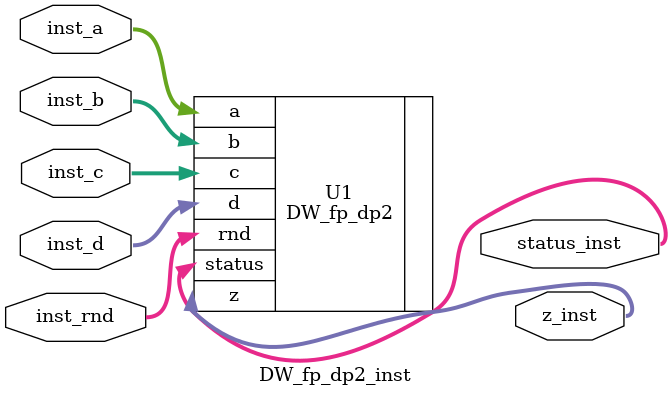
<source format=v>
module DW_fp_dp2_inst( inst_a, inst_b, inst_c, inst_d, inst_rnd, 
		z_inst, status_inst );

parameter inst_sig_width = 23;
parameter inst_exp_width = 8;
parameter inst_ieee_compliance = 0;
parameter inst_arch_type = 0;


input [inst_sig_width+inst_exp_width : 0] inst_a;
input [inst_sig_width+inst_exp_width : 0] inst_b;
input [inst_sig_width+inst_exp_width : 0] inst_c;
input [inst_sig_width+inst_exp_width : 0] inst_d;
input [2 : 0] inst_rnd;
output [inst_sig_width+inst_exp_width : 0] z_inst;
output [7 : 0] status_inst;

    // Instance of DW_fp_dp2
    DW_fp_dp2 #(inst_sig_width, inst_exp_width, inst_ieee_compliance, inst_arch_type) U1 (
			.a(inst_a),
			.b(inst_b),
			.c(inst_c),
			.d(inst_d),
			.rnd(inst_rnd),
			.z(z_inst),
			.status(status_inst) );

endmodule

</source>
